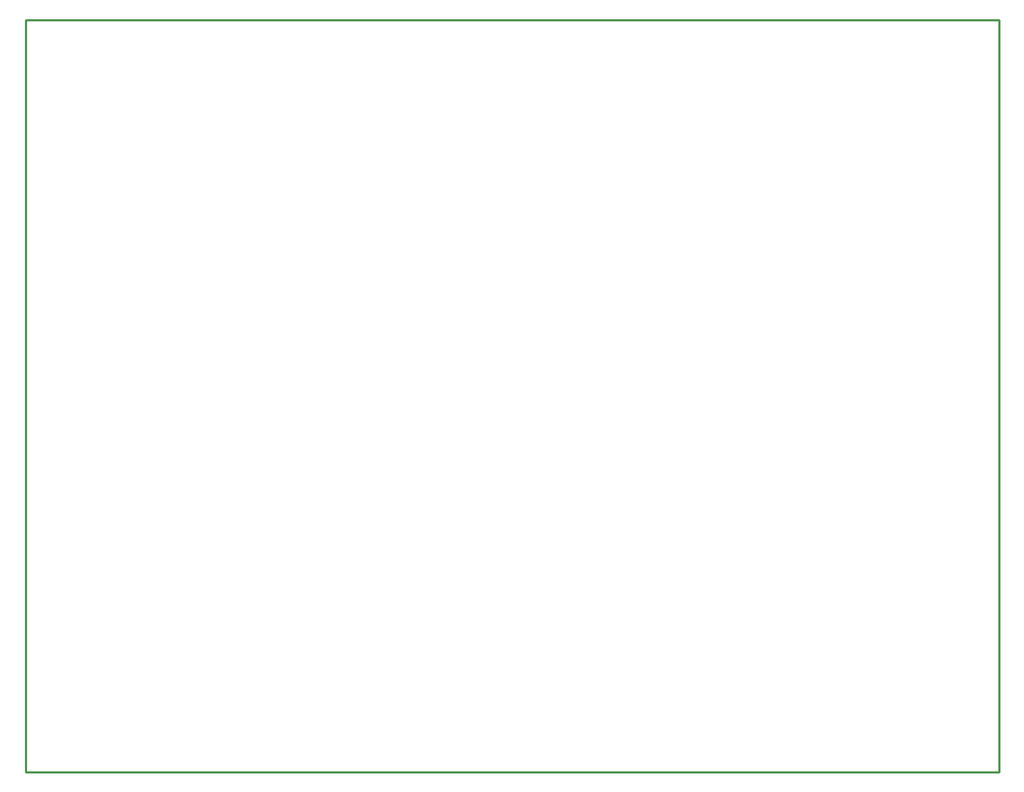
<source format=gm1>
G04*
G04 #@! TF.GenerationSoftware,Altium Limited,Altium Designer,19.1.8 (144)*
G04*
G04 Layer_Color=16711935*
%FSLAX25Y25*%
%MOIN*%
G70*
G01*
G75*
%ADD12C,0.01000*%
D12*
X1000Y1000D02*
X456000D01*
X456000Y353000D02*
X456000Y1000D01*
X1000Y353000D02*
X456000D01*
X1000D02*
X1000Y1000D01*
M02*

</source>
